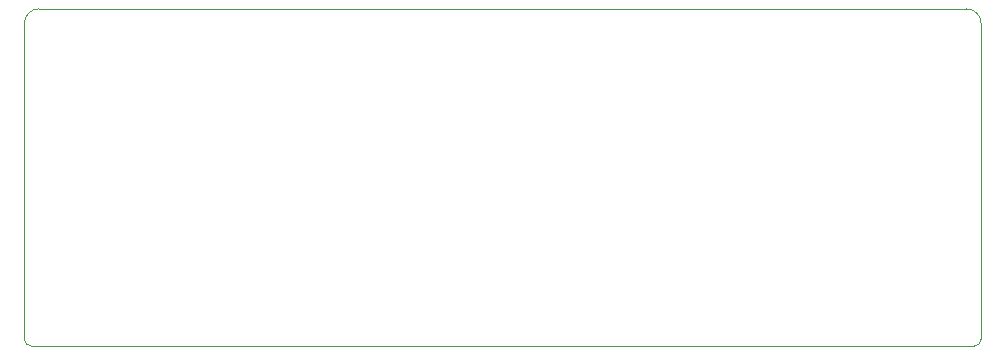
<source format=gm1>
%TF.GenerationSoftware,KiCad,Pcbnew,(5.1.9)-1*%
%TF.CreationDate,2021-05-05T16:30:24+08:00*%
%TF.ProjectId,ISAtoTandyPlus,49534174-6f54-4616-9e64-79506c75732e,rev?*%
%TF.SameCoordinates,Original*%
%TF.FileFunction,Profile,NP*%
%FSLAX46Y46*%
G04 Gerber Fmt 4.6, Leading zero omitted, Abs format (unit mm)*
G04 Created by KiCad (PCBNEW (5.1.9)-1) date 2021-05-05 16:30:24*
%MOMM*%
%LPD*%
G01*
G04 APERTURE LIST*
%TA.AperFunction,Profile*%
%ADD10C,0.050000*%
%TD*%
G04 APERTURE END LIST*
D10*
X176403000Y-113665000D02*
X97917000Y-113665000D01*
X177673000Y-141605000D02*
X177673000Y-114935000D01*
X96647000Y-114935000D02*
X96647000Y-141605000D01*
X96647000Y-114935000D02*
G75*
G02*
X97917000Y-113665000I1270000J0D01*
G01*
X97282000Y-142240000D02*
X177038000Y-142240000D01*
X176403000Y-113665000D02*
G75*
G02*
X177673000Y-114935000I0J-1270000D01*
G01*
X177673000Y-141605000D02*
G75*
G02*
X177038000Y-142240000I-635000J0D01*
G01*
X97282000Y-142240000D02*
G75*
G02*
X96647000Y-141605000I0J635000D01*
G01*
M02*

</source>
